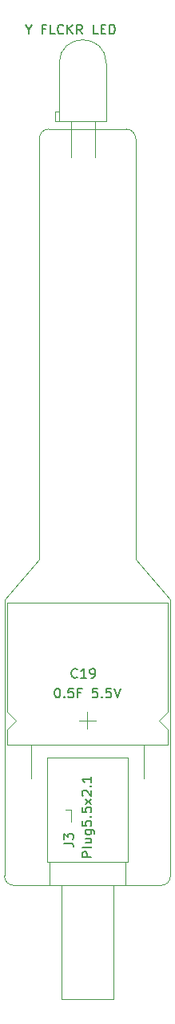
<source format=gbr>
%TF.GenerationSoftware,KiCad,Pcbnew,6.0.2-378541a8eb~116~ubuntu20.04.1*%
%TF.CreationDate,2022-02-19T19:43:00-08:00*%
%TF.ProjectId,menorah555_shamash,6d656e6f-7261-4683-9535-355f7368616d,B*%
%TF.SameCoordinates,Original*%
%TF.FileFunction,AssemblyDrawing,Top*%
%FSLAX46Y46*%
G04 Gerber Fmt 4.6, Leading zero omitted, Abs format (unit mm)*
G04 Created by KiCad (PCBNEW 6.0.2-378541a8eb~116~ubuntu20.04.1) date 2022-02-19 19:43:00*
%MOMM*%
%LPD*%
G01*
G04 APERTURE LIST*
%TA.AperFunction,Profile*%
%ADD10C,0.050000*%
%TD*%
%ADD11C,0.150000*%
%ADD12C,0.100000*%
G04 APERTURE END LIST*
D10*
X110100000Y-64800000D02*
X118300000Y-64800000D01*
X119300000Y-110200000D02*
X123000000Y-114400000D01*
X109100000Y-110200000D02*
X105400000Y-114400000D01*
X109100000Y-65800000D02*
X109100000Y-110200000D01*
X110100000Y-64800000D02*
G75*
G03*
X109100000Y-65800000I-1J-999999D01*
G01*
X105400000Y-114400000D02*
X105400000Y-143600000D01*
X123000000Y-114400000D02*
X123000000Y-143600000D01*
X119300000Y-65800000D02*
X119300000Y-110200000D01*
X119300000Y-65800000D02*
G75*
G03*
X118300000Y-64800000I-999999J1D01*
G01*
X122000000Y-144600000D02*
G75*
G03*
X123000000Y-143600000I1J999999D01*
G01*
X106400000Y-144600000D02*
X122000000Y-144600000D01*
X105400000Y-143600000D02*
G75*
G03*
X106400000Y-144600000I999999J-1D01*
G01*
D11*
%TO.C,LED1*%
X107977619Y-54306190D02*
X107977619Y-54782380D01*
X107644285Y-53782380D02*
X107977619Y-54306190D01*
X108310952Y-53782380D01*
X109739523Y-54258571D02*
X109406190Y-54258571D01*
X109406190Y-54782380D02*
X109406190Y-53782380D01*
X109882380Y-53782380D01*
X110739523Y-54782380D02*
X110263333Y-54782380D01*
X110263333Y-53782380D01*
X111644285Y-54687142D02*
X111596666Y-54734761D01*
X111453809Y-54782380D01*
X111358571Y-54782380D01*
X111215714Y-54734761D01*
X111120476Y-54639523D01*
X111072857Y-54544285D01*
X111025238Y-54353809D01*
X111025238Y-54210952D01*
X111072857Y-54020476D01*
X111120476Y-53925238D01*
X111215714Y-53830000D01*
X111358571Y-53782380D01*
X111453809Y-53782380D01*
X111596666Y-53830000D01*
X111644285Y-53877619D01*
X112072857Y-54782380D02*
X112072857Y-53782380D01*
X112644285Y-54782380D02*
X112215714Y-54210952D01*
X112644285Y-53782380D02*
X112072857Y-54353809D01*
X113644285Y-54782380D02*
X113310952Y-54306190D01*
X113072857Y-54782380D02*
X113072857Y-53782380D01*
X113453809Y-53782380D01*
X113549047Y-53830000D01*
X113596666Y-53877619D01*
X113644285Y-53972857D01*
X113644285Y-54115714D01*
X113596666Y-54210952D01*
X113549047Y-54258571D01*
X113453809Y-54306190D01*
X113072857Y-54306190D01*
X115310952Y-54782380D02*
X114834761Y-54782380D01*
X114834761Y-53782380D01*
X115644285Y-54258571D02*
X115977619Y-54258571D01*
X116120476Y-54782380D02*
X115644285Y-54782380D01*
X115644285Y-53782380D01*
X116120476Y-53782380D01*
X116549047Y-54782380D02*
X116549047Y-53782380D01*
X116787142Y-53782380D01*
X116930000Y-53830000D01*
X117025238Y-53925238D01*
X117072857Y-54020476D01*
X117120476Y-54210952D01*
X117120476Y-54353809D01*
X117072857Y-54544285D01*
X117025238Y-54639523D01*
X116930000Y-54734761D01*
X116787142Y-54782380D01*
X116549047Y-54782380D01*
%TO.C,C19*%
X110969523Y-123792380D02*
X111064761Y-123792380D01*
X111160000Y-123840000D01*
X111207619Y-123887619D01*
X111255238Y-123982857D01*
X111302857Y-124173333D01*
X111302857Y-124411428D01*
X111255238Y-124601904D01*
X111207619Y-124697142D01*
X111160000Y-124744761D01*
X111064761Y-124792380D01*
X110969523Y-124792380D01*
X110874285Y-124744761D01*
X110826666Y-124697142D01*
X110779047Y-124601904D01*
X110731428Y-124411428D01*
X110731428Y-124173333D01*
X110779047Y-123982857D01*
X110826666Y-123887619D01*
X110874285Y-123840000D01*
X110969523Y-123792380D01*
X111731428Y-124697142D02*
X111779047Y-124744761D01*
X111731428Y-124792380D01*
X111683809Y-124744761D01*
X111731428Y-124697142D01*
X111731428Y-124792380D01*
X112683809Y-123792380D02*
X112207619Y-123792380D01*
X112160000Y-124268571D01*
X112207619Y-124220952D01*
X112302857Y-124173333D01*
X112540952Y-124173333D01*
X112636190Y-124220952D01*
X112683809Y-124268571D01*
X112731428Y-124363809D01*
X112731428Y-124601904D01*
X112683809Y-124697142D01*
X112636190Y-124744761D01*
X112540952Y-124792380D01*
X112302857Y-124792380D01*
X112207619Y-124744761D01*
X112160000Y-124697142D01*
X113493333Y-124268571D02*
X113160000Y-124268571D01*
X113160000Y-124792380D02*
X113160000Y-123792380D01*
X113636190Y-123792380D01*
X115255238Y-123792380D02*
X114779047Y-123792380D01*
X114731428Y-124268571D01*
X114779047Y-124220952D01*
X114874285Y-124173333D01*
X115112380Y-124173333D01*
X115207619Y-124220952D01*
X115255238Y-124268571D01*
X115302857Y-124363809D01*
X115302857Y-124601904D01*
X115255238Y-124697142D01*
X115207619Y-124744761D01*
X115112380Y-124792380D01*
X114874285Y-124792380D01*
X114779047Y-124744761D01*
X114731428Y-124697142D01*
X115731428Y-124697142D02*
X115779047Y-124744761D01*
X115731428Y-124792380D01*
X115683809Y-124744761D01*
X115731428Y-124697142D01*
X115731428Y-124792380D01*
X116683809Y-123792380D02*
X116207619Y-123792380D01*
X116160000Y-124268571D01*
X116207619Y-124220952D01*
X116302857Y-124173333D01*
X116540952Y-124173333D01*
X116636190Y-124220952D01*
X116683809Y-124268571D01*
X116731428Y-124363809D01*
X116731428Y-124601904D01*
X116683809Y-124697142D01*
X116636190Y-124744761D01*
X116540952Y-124792380D01*
X116302857Y-124792380D01*
X116207619Y-124744761D01*
X116160000Y-124697142D01*
X117017142Y-123792380D02*
X117350476Y-124792380D01*
X117683809Y-123792380D01*
X113117142Y-122617142D02*
X113069523Y-122664761D01*
X112926666Y-122712380D01*
X112831428Y-122712380D01*
X112688571Y-122664761D01*
X112593333Y-122569523D01*
X112545714Y-122474285D01*
X112498095Y-122283809D01*
X112498095Y-122140952D01*
X112545714Y-121950476D01*
X112593333Y-121855238D01*
X112688571Y-121760000D01*
X112831428Y-121712380D01*
X112926666Y-121712380D01*
X113069523Y-121760000D01*
X113117142Y-121807619D01*
X114069523Y-122712380D02*
X113498095Y-122712380D01*
X113783809Y-122712380D02*
X113783809Y-121712380D01*
X113688571Y-121855238D01*
X113593333Y-121950476D01*
X113498095Y-121998095D01*
X114545714Y-122712380D02*
X114736190Y-122712380D01*
X114831428Y-122664761D01*
X114879047Y-122617142D01*
X114974285Y-122474285D01*
X115021904Y-122283809D01*
X115021904Y-121902857D01*
X114974285Y-121807619D01*
X114926666Y-121760000D01*
X114831428Y-121712380D01*
X114640952Y-121712380D01*
X114545714Y-121760000D01*
X114498095Y-121807619D01*
X114450476Y-121902857D01*
X114450476Y-122140952D01*
X114498095Y-122236190D01*
X114545714Y-122283809D01*
X114640952Y-122331428D01*
X114831428Y-122331428D01*
X114926666Y-122283809D01*
X114974285Y-122236190D01*
X115021904Y-122140952D01*
%TO.C,J3*%
X114622380Y-141624285D02*
X113622380Y-141624285D01*
X113622380Y-141243333D01*
X113670000Y-141148095D01*
X113717619Y-141100476D01*
X113812857Y-141052857D01*
X113955714Y-141052857D01*
X114050952Y-141100476D01*
X114098571Y-141148095D01*
X114146190Y-141243333D01*
X114146190Y-141624285D01*
X114622380Y-140481428D02*
X114574761Y-140576666D01*
X114479523Y-140624285D01*
X113622380Y-140624285D01*
X113955714Y-139671904D02*
X114622380Y-139671904D01*
X113955714Y-140100476D02*
X114479523Y-140100476D01*
X114574761Y-140052857D01*
X114622380Y-139957619D01*
X114622380Y-139814761D01*
X114574761Y-139719523D01*
X114527142Y-139671904D01*
X113955714Y-138767142D02*
X114765238Y-138767142D01*
X114860476Y-138814761D01*
X114908095Y-138862380D01*
X114955714Y-138957619D01*
X114955714Y-139100476D01*
X114908095Y-139195714D01*
X114574761Y-138767142D02*
X114622380Y-138862380D01*
X114622380Y-139052857D01*
X114574761Y-139148095D01*
X114527142Y-139195714D01*
X114431904Y-139243333D01*
X114146190Y-139243333D01*
X114050952Y-139195714D01*
X114003333Y-139148095D01*
X113955714Y-139052857D01*
X113955714Y-138862380D01*
X114003333Y-138767142D01*
X113622380Y-137814761D02*
X113622380Y-138290952D01*
X114098571Y-138338571D01*
X114050952Y-138290952D01*
X114003333Y-138195714D01*
X114003333Y-137957619D01*
X114050952Y-137862380D01*
X114098571Y-137814761D01*
X114193809Y-137767142D01*
X114431904Y-137767142D01*
X114527142Y-137814761D01*
X114574761Y-137862380D01*
X114622380Y-137957619D01*
X114622380Y-138195714D01*
X114574761Y-138290952D01*
X114527142Y-138338571D01*
X114527142Y-137338571D02*
X114574761Y-137290952D01*
X114622380Y-137338571D01*
X114574761Y-137386190D01*
X114527142Y-137338571D01*
X114622380Y-137338571D01*
X113622380Y-136386190D02*
X113622380Y-136862380D01*
X114098571Y-136910000D01*
X114050952Y-136862380D01*
X114003333Y-136767142D01*
X114003333Y-136529047D01*
X114050952Y-136433809D01*
X114098571Y-136386190D01*
X114193809Y-136338571D01*
X114431904Y-136338571D01*
X114527142Y-136386190D01*
X114574761Y-136433809D01*
X114622380Y-136529047D01*
X114622380Y-136767142D01*
X114574761Y-136862380D01*
X114527142Y-136910000D01*
X114622380Y-136005238D02*
X113955714Y-135481428D01*
X113955714Y-136005238D02*
X114622380Y-135481428D01*
X113717619Y-135148095D02*
X113670000Y-135100476D01*
X113622380Y-135005238D01*
X113622380Y-134767142D01*
X113670000Y-134671904D01*
X113717619Y-134624285D01*
X113812857Y-134576666D01*
X113908095Y-134576666D01*
X114050952Y-134624285D01*
X114622380Y-135195714D01*
X114622380Y-134576666D01*
X114527142Y-134148095D02*
X114574761Y-134100476D01*
X114622380Y-134148095D01*
X114574761Y-134195714D01*
X114527142Y-134148095D01*
X114622380Y-134148095D01*
X114622380Y-133148095D02*
X114622380Y-133719523D01*
X114622380Y-133433809D02*
X113622380Y-133433809D01*
X113765238Y-133529047D01*
X113860476Y-133624285D01*
X113908095Y-133719523D01*
X111722380Y-140143333D02*
X112436666Y-140143333D01*
X112579523Y-140190952D01*
X112674761Y-140286190D01*
X112722380Y-140429047D01*
X112722380Y-140524285D01*
X111722380Y-139762380D02*
X111722380Y-139143333D01*
X112103333Y-139476666D01*
X112103333Y-139333809D01*
X112150952Y-139238571D01*
X112198571Y-139190952D01*
X112293809Y-139143333D01*
X112531904Y-139143333D01*
X112627142Y-139190952D01*
X112674761Y-139238571D01*
X112722380Y-139333809D01*
X112722380Y-139619523D01*
X112674761Y-139714761D01*
X112627142Y-139762380D01*
D12*
%TO.C,LED1*%
X114970000Y-67800000D02*
X114970000Y-67800000D01*
X110800000Y-62990000D02*
X111200000Y-62990000D01*
X111200000Y-63990000D02*
X111200000Y-57890000D01*
X114970000Y-63990000D02*
X114970000Y-67800000D01*
X116200000Y-63990000D02*
X116200000Y-57890000D01*
X112430000Y-63990000D02*
X112430000Y-67800000D01*
X114970000Y-63990000D02*
X114970000Y-63990000D01*
X111200000Y-63990000D02*
X110800000Y-63990000D01*
X110800000Y-63990000D02*
X110800000Y-62990000D01*
X116200000Y-63990000D02*
X111200000Y-63990000D01*
X112430000Y-63990000D02*
X112430000Y-63990000D01*
X111200000Y-62990000D02*
X111200000Y-63990000D01*
X112430000Y-67800000D02*
X112430000Y-67800000D01*
X116200000Y-57890000D02*
G75*
G03*
X111200000Y-57890000I-2500000J0D01*
G01*
%TO.C,C19*%
X122700000Y-129800000D02*
X122700000Y-128120000D01*
X105700000Y-126320000D02*
X105700000Y-114800000D01*
X121800000Y-127220000D02*
X122700000Y-126320000D01*
X105700000Y-114800000D02*
X122700000Y-114800000D01*
X108200000Y-133300000D02*
X108200000Y-129800000D01*
X106600000Y-127220000D02*
X105700000Y-126320000D01*
X122700000Y-126320000D02*
X122700000Y-114800000D01*
X122700000Y-128120000D02*
X121800000Y-127220000D01*
X114200000Y-128100000D02*
X114200000Y-126300000D01*
X105700000Y-129800000D02*
X105700000Y-128120000D01*
X105700000Y-128120000D02*
X106600000Y-127220000D01*
X113300000Y-127200000D02*
X115100000Y-127200000D01*
X105700000Y-129800000D02*
X122700000Y-129800000D01*
X120200000Y-133300000D02*
X120200000Y-129800000D01*
%TO.C,J3*%
X111450000Y-156600000D02*
X111450000Y-144600000D01*
X112500000Y-137870000D02*
X112500000Y-136600000D01*
X111450000Y-156600000D02*
X116950000Y-156600000D01*
X118500000Y-142100000D02*
X118500000Y-131100000D01*
X118200000Y-144600000D02*
X118200000Y-142100000D01*
X110200000Y-144600000D02*
X110200000Y-142100000D01*
X109900000Y-142100000D02*
X109900000Y-131100000D01*
X110200000Y-144600000D02*
X118200000Y-144600000D01*
X109900000Y-131100000D02*
X118500000Y-131100000D01*
X116950000Y-156600000D02*
X116950000Y-144600000D01*
X112500000Y-136600000D02*
X111900000Y-136600000D01*
X109900000Y-142100000D02*
X118500000Y-142100000D01*
%TD*%
M02*

</source>
